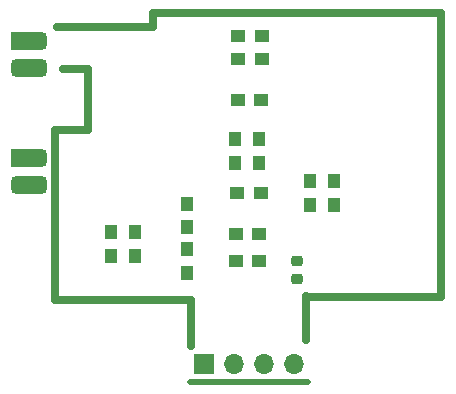
<source format=gbr>
%TF.GenerationSoftware,KiCad,Pcbnew,(6.0.5)*%
%TF.CreationDate,2022-08-22T16:05:22+08:00*%
%TF.ProjectId,SX7H02060050-1,53583748-3032-4303-9630-3035302d312e,rev?*%
%TF.SameCoordinates,PX8af34a0PY598cce0*%
%TF.FileFunction,Soldermask,Top*%
%TF.FilePolarity,Negative*%
%FSLAX46Y46*%
G04 Gerber Fmt 4.6, Leading zero omitted, Abs format (unit mm)*
G04 Created by KiCad (PCBNEW (6.0.5)) date 2022-08-22 16:05:22*
%MOMM*%
%LPD*%
G01*
G04 APERTURE LIST*
G04 Aperture macros list*
%AMRoundRect*
0 Rectangle with rounded corners*
0 $1 Rounding radius*
0 $2 $3 $4 $5 $6 $7 $8 $9 X,Y pos of 4 corners*
0 Add a 4 corners polygon primitive as box body*
4,1,4,$2,$3,$4,$5,$6,$7,$8,$9,$2,$3,0*
0 Add four circle primitives for the rounded corners*
1,1,$1+$1,$2,$3*
1,1,$1+$1,$4,$5*
1,1,$1+$1,$6,$7*
1,1,$1+$1,$8,$9*
0 Add four rect primitives between the rounded corners*
20,1,$1+$1,$2,$3,$4,$5,0*
20,1,$1+$1,$4,$5,$6,$7,0*
20,1,$1+$1,$6,$7,$8,$9,0*
20,1,$1+$1,$8,$9,$2,$3,0*%
G04 Aperture macros list end*
%ADD10C,0.700000*%
%ADD11C,0.150000*%
%ADD12C,0.500000*%
%ADD13R,1.000000X1.200000*%
%ADD14R,2.000000X1.500000*%
%ADD15RoundRect,0.375000X-0.625000X-0.375000X0.625000X-0.375000X0.625000X0.375000X-0.625000X0.375000X0*%
%ADD16R,1.200000X1.000000*%
%ADD17RoundRect,0.225000X-0.250000X0.225000X-0.250000X-0.225000X0.250000X-0.225000X0.250000X0.225000X0*%
%ADD18R,1.700000X1.700000*%
%ADD19O,1.700000X1.700000*%
G04 APERTURE END LIST*
D10*
X134874000Y-78613000D02*
X134874000Y-72136000D01*
X134874000Y-78486000D02*
X134874000Y-86360000D01*
X134810500Y-86487000D02*
X146367500Y-86487000D01*
X156083000Y-86131400D02*
X156083000Y-89916000D01*
X146367500Y-86868000D02*
X146367500Y-90424000D01*
X135509000Y-66929000D02*
X137668000Y-66929000D01*
D11*
X143129000Y-62230000D02*
X144399000Y-62230000D01*
D10*
X137668000Y-72136000D02*
X134874000Y-72136000D01*
X137668000Y-71120000D02*
X137668000Y-72136000D01*
X156083000Y-86258400D02*
X167513000Y-86233000D01*
X135001000Y-63373000D02*
X143129000Y-63373000D01*
X167513000Y-62230000D02*
X167513000Y-86233000D01*
X137668000Y-66929000D02*
X137668000Y-71120000D01*
X143129000Y-62230000D02*
X167513000Y-62230000D01*
D12*
X146240500Y-93421200D02*
X156260800Y-93421200D01*
D10*
X143129000Y-63373000D02*
X143129000Y-62230000D01*
D13*
%TO.C,D207*%
X139610000Y-82790000D03*
X139610000Y-80790000D03*
%TD*%
%TO.C,D213*%
X150114000Y-74914000D03*
X150114000Y-72914000D03*
%TD*%
%TO.C,D209*%
X156464000Y-78470000D03*
X156464000Y-76470000D03*
%TD*%
%TO.C,D214*%
X152146000Y-74914000D03*
X152146000Y-72914000D03*
%TD*%
D14*
%TO.C,SW202*%
X132100000Y-64550000D03*
D15*
X133150000Y-64550000D03*
X133150000Y-66850000D03*
X132100000Y-66850000D03*
%TD*%
%TO.C,SW201*%
X133175000Y-74475000D03*
D14*
X132125000Y-74475000D03*
D15*
X133175000Y-76775000D03*
X132125000Y-76775000D03*
%TD*%
D16*
%TO.C,D201*%
X150300000Y-69600000D03*
X152300000Y-69600000D03*
%TD*%
D13*
%TO.C,D208*%
X141620000Y-82790000D03*
X141620000Y-80790000D03*
%TD*%
%TO.C,D204*%
X146050000Y-80349600D03*
X146050000Y-78349600D03*
%TD*%
D17*
%TO.C,C206*%
X155321000Y-83172000D03*
X155321000Y-84722000D03*
%TD*%
D13*
%TO.C,D210*%
X158496000Y-76470000D03*
X158496000Y-78470000D03*
%TD*%
D16*
%TO.C,D212*%
X150325000Y-66125000D03*
X152325000Y-66125000D03*
%TD*%
%TO.C,D206*%
X150130000Y-80899000D03*
X152130000Y-80899000D03*
%TD*%
D18*
%TO.C,J201*%
X147457000Y-91922600D03*
D19*
X149997000Y-91922600D03*
X152537000Y-91922600D03*
X155077000Y-91922600D03*
%TD*%
D16*
%TO.C,D202*%
X152275000Y-77475000D03*
X150275000Y-77475000D03*
%TD*%
D13*
%TO.C,D203*%
X146050000Y-82210400D03*
X146050000Y-84210400D03*
%TD*%
D16*
%TO.C,D211*%
X150350000Y-64150000D03*
X152350000Y-64150000D03*
%TD*%
%TO.C,D205*%
X150130000Y-83185000D03*
X152130000Y-83185000D03*
%TD*%
M02*

</source>
